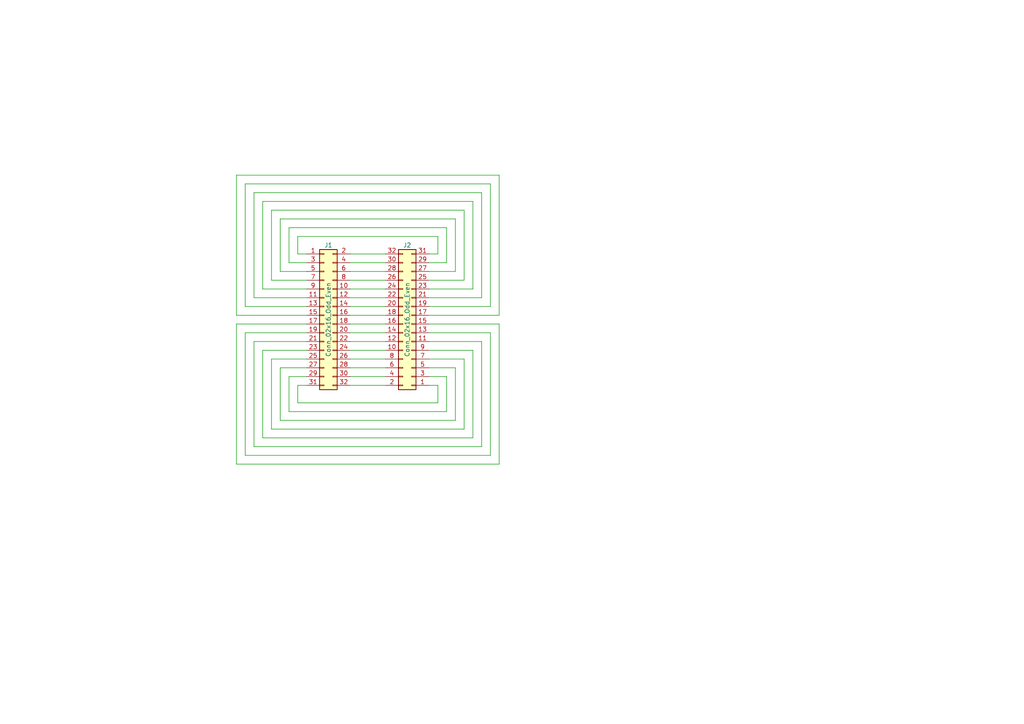
<source format=kicad_sch>
(kicad_sch (version 20231120) (generator "eeschema") (generator_version "8.0")
  (paper "A4")
  (title_block (title "Cartridge Adapter Fix for gbreveng board") (date "2024-06-20") (rev "1") (company "Author: Michael Singer") (comment 1 "https://github.com/msinger/gbreveng/") (comment 2 "http://iceboy.a-singer.de/"))
  (lib_symbols
    (symbol "Connector_Generic:Conn_02x16_Odd_Even" (pin_names (offset 1.016) hide)
      (property "Reference" "J" (at 1.27 20.32 0))
      (property "Value" "Conn_02x16_Odd_Even" (at 1.27 -22.86 0))
      (symbol "Conn_02x16_Odd_Even_1_1"
        (rectangle (start -1.27 -20.193) (end 0 -20.447) (stroke (width 0.1524)))
        (rectangle (start -1.27 -17.653) (end 0 -17.907) (stroke (width 0.1524)))
        (rectangle (start -1.27 -15.113) (end 0 -15.367) (stroke (width 0.1524)))
        (rectangle (start -1.27 -12.573) (end 0 -12.827) (stroke (width 0.1524)))
        (rectangle (start -1.27 -10.033) (end 0 -10.287) (stroke (width 0.1524)))
        (rectangle (start -1.27 -7.493) (end 0 -7.747) (stroke (width 0.1524)))
        (rectangle (start -1.27 -4.953) (end 0 -5.207) (stroke (width 0.1524)))
        (rectangle (start -1.27 -2.413) (end 0 -2.667) (stroke (width 0.1524)))
        (rectangle (start -1.27 0.127) (end 0 -0.127) (stroke (width 0.1524)))
        (rectangle (start -1.27 2.667) (end 0 2.413) (stroke (width 0.1524)))
        (rectangle (start -1.27 5.207) (end 0 4.953) (stroke (width 0.1524)))
        (rectangle (start -1.27 7.747) (end 0 7.493) (stroke (width 0.1524)))
        (rectangle (start -1.27 10.287) (end 0 10.033) (stroke (width 0.1524)))
        (rectangle (start -1.27 12.827) (end 0 12.573) (stroke (width 0.1524)))
        (rectangle (start -1.27 15.367) (end 0 15.113) (stroke (width 0.1524)))
        (rectangle (start -1.27 17.907) (end 0 17.653) (stroke (width 0.1524)))
        (rectangle (start -1.27 19.05) (end 3.81 -21.59) (stroke (width 0.254)) (fill (type background)))
        (rectangle (start 3.81 -20.193) (end 2.54 -20.447) (stroke (width 0.1524)))
        (rectangle (start 3.81 -17.653) (end 2.54 -17.907) (stroke (width 0.1524)))
        (rectangle (start 3.81 -15.113) (end 2.54 -15.367) (stroke (width 0.1524)))
        (rectangle (start 3.81 -12.573) (end 2.54 -12.827) (stroke (width 0.1524)))
        (rectangle (start 3.81 -10.033) (end 2.54 -10.287) (stroke (width 0.1524)))
        (rectangle (start 3.81 -7.493) (end 2.54 -7.747) (stroke (width 0.1524)))
        (rectangle (start 3.81 -4.953) (end 2.54 -5.207) (stroke (width 0.1524)))
        (rectangle (start 3.81 -2.413) (end 2.54 -2.667) (stroke (width 0.1524)))
        (rectangle (start 3.81 0.127) (end 2.54 -0.127) (stroke (width 0.1524)))
        (rectangle (start 3.81 2.667) (end 2.54 2.413) (stroke (width 0.1524)))
        (rectangle (start 3.81 5.207) (end 2.54 4.953) (stroke (width 0.1524)))
        (rectangle (start 3.81 7.747) (end 2.54 7.493) (stroke (width 0.1524)))
        (rectangle (start 3.81 10.287) (end 2.54 10.033) (stroke (width 0.1524)))
        (rectangle (start 3.81 12.827) (end 2.54 12.573) (stroke (width 0.1524)))
        (rectangle (start 3.81 15.367) (end 2.54 15.113) (stroke (width 0.1524)))
        (rectangle (start 3.81 17.907) (end 2.54 17.653) (stroke (width 0.1524)))
        (pin passive line (at -5.08 17.78 0) (length 3.81) (name "Pin_1") (number "1"))
        (pin passive line (at 7.62 7.62 180) (length 3.81) (name "Pin_10") (number "10"))
        (pin passive line (at -5.08 5.08 0) (length 3.81) (name "Pin_11") (number "11"))
        (pin passive line (at 7.62 5.08 180) (length 3.81) (name "Pin_12") (number "12"))
        (pin passive line (at -5.08 2.54 0) (length 3.81) (name "Pin_13") (number "13"))
        (pin passive line (at 7.62 2.54 180) (length 3.81) (name "Pin_14") (number "14"))
        (pin passive line (at -5.08 0 0) (length 3.81) (name "Pin_15") (number "15"))
        (pin passive line (at 7.62 0 180) (length 3.81) (name "Pin_16") (number "16"))
        (pin passive line (at -5.08 -2.54 0) (length 3.81) (name "Pin_17") (number "17"))
        (pin passive line (at 7.62 -2.54 180) (length 3.81) (name "Pin_18") (number "18"))
        (pin passive line (at -5.08 -5.08 0) (length 3.81) (name "Pin_19") (number "19"))
        (pin passive line (at 7.62 17.78 180) (length 3.81) (name "Pin_2") (number "2"))
        (pin passive line (at 7.62 -5.08 180) (length 3.81) (name "Pin_20") (number "20"))
        (pin passive line (at -5.08 -7.62 0) (length 3.81) (name "Pin_21") (number "21"))
        (pin passive line (at 7.62 -7.62 180) (length 3.81) (name "Pin_22") (number "22"))
        (pin passive line (at -5.08 -10.16 0) (length 3.81) (name "Pin_23") (number "23"))
        (pin passive line (at 7.62 -10.16 180) (length 3.81) (name "Pin_24") (number "24"))
        (pin passive line (at -5.08 -12.7 0) (length 3.81) (name "Pin_25") (number "25"))
        (pin passive line (at 7.62 -12.7 180) (length 3.81) (name "Pin_26") (number "26"))
        (pin passive line (at -5.08 -15.24 0) (length 3.81) (name "Pin_27") (number "27"))
        (pin passive line (at 7.62 -15.24 180) (length 3.81) (name "Pin_28") (number "28"))
        (pin passive line (at -5.08 -17.78 0) (length 3.81) (name "Pin_29") (number "29"))
        (pin passive line (at -5.08 15.24 0) (length 3.81) (name "Pin_3") (number "3"))
        (pin passive line (at 7.62 -17.78 180) (length 3.81) (name "Pin_30") (number "30"))
        (pin passive line (at -5.08 -20.32 0) (length 3.81) (name "Pin_31") (number "31"))
        (pin passive line (at 7.62 -20.32 180) (length 3.81) (name "Pin_32") (number "32"))
        (pin passive line (at 7.62 15.24 180) (length 3.81) (name "Pin_4") (number "4"))
        (pin passive line (at -5.08 12.7 0) (length 3.81) (name "Pin_5") (number "5"))
        (pin passive line (at 7.62 12.7 180) (length 3.81) (name "Pin_6") (number "6"))
        (pin passive line (at -5.08 10.16 0) (length 3.81) (name "Pin_7") (number "7"))
        (pin passive line (at 7.62 10.16 180) (length 3.81) (name "Pin_8") (number "8"))
        (pin passive line (at -5.08 7.62 0) (length 3.81) (name "Pin_9") (number "9"))
      )
    )
  )
  (wire (pts (xy 129.54 66.04) (xy 83.82 66.04)))
  (wire (pts (xy 134.62 124.46) (xy 78.74 124.46)))
  (wire (pts (xy 124.46 86.36) (xy 139.7 86.36)))
  (wire (pts (xy 134.62 104.14) (xy 134.62 124.46)))
  (wire (pts (xy 101.6 76.2) (xy 111.76 76.2)))
  (wire (pts (xy 127 116.84) (xy 86.36 116.84)))
  (wire (pts (xy 101.6 73.66) (xy 111.76 73.66)))
  (wire (pts (xy 129.54 109.22) (xy 129.54 119.38)))
  (wire (pts (xy 129.54 76.2) (xy 129.54 66.04)))
  (wire (pts (xy 132.08 63.5) (xy 81.28 63.5)))
  (wire (pts (xy 144.78 91.44) (xy 144.78 50.8)))
  (wire (pts (xy 132.08 121.92) (xy 81.28 121.92)))
  (wire (pts (xy 73.66 99.06) (xy 88.9 99.06)))
  (wire (pts (xy 68.58 91.44) (xy 88.9 91.44)))
  (wire (pts (xy 137.16 83.82) (xy 137.16 58.42)))
  (wire (pts (xy 124.46 93.98) (xy 144.78 93.98)))
  (wire (pts (xy 124.46 73.66) (xy 127 73.66)))
  (wire (pts (xy 124.46 104.14) (xy 134.62 104.14)))
  (wire (pts (xy 124.46 83.82) (xy 137.16 83.82)))
  (wire (pts (xy 78.74 124.46) (xy 78.74 104.14)))
  (wire (pts (xy 142.24 88.9) (xy 142.24 53.34)))
  (wire (pts (xy 124.46 99.06) (xy 139.7 99.06)))
  (wire (pts (xy 101.6 101.6) (xy 111.76 101.6)))
  (wire (pts (xy 73.66 129.54) (xy 73.66 99.06)))
  (wire (pts (xy 86.36 111.76) (xy 88.9 111.76)))
  (wire (pts (xy 78.74 60.96) (xy 78.74 81.28)))
  (wire (pts (xy 142.24 132.08) (xy 71.12 132.08)))
  (wire (pts (xy 68.58 134.62) (xy 68.58 93.98)))
  (wire (pts (xy 111.76 83.82) (xy 101.6 83.82)))
  (wire (pts (xy 101.6 106.68) (xy 111.76 106.68)))
  (wire (pts (xy 68.58 93.98) (xy 88.9 93.98)))
  (wire (pts (xy 73.66 86.36) (xy 88.9 86.36)))
  (wire (pts (xy 83.82 76.2) (xy 88.9 76.2)))
  (wire (pts (xy 134.62 60.96) (xy 78.74 60.96)))
  (wire (pts (xy 124.46 96.52) (xy 142.24 96.52)))
  (wire (pts (xy 101.6 81.28) (xy 111.76 81.28)))
  (wire (pts (xy 76.2 58.42) (xy 76.2 83.82)))
  (wire (pts (xy 137.16 127) (xy 76.2 127)))
  (wire (pts (xy 139.7 129.54) (xy 73.66 129.54)))
  (wire (pts (xy 142.24 53.34) (xy 71.12 53.34)))
  (wire (pts (xy 111.76 104.14) (xy 101.6 104.14)))
  (wire (pts (xy 68.58 50.8) (xy 68.58 91.44)))
  (wire (pts (xy 78.74 104.14) (xy 88.9 104.14)))
  (wire (pts (xy 139.7 86.36) (xy 139.7 55.88)))
  (wire (pts (xy 124.46 106.68) (xy 132.08 106.68)))
  (wire (pts (xy 111.76 78.74) (xy 101.6 78.74)))
  (wire (pts (xy 73.66 55.88) (xy 73.66 86.36)))
  (wire (pts (xy 124.46 101.6) (xy 137.16 101.6)))
  (wire (pts (xy 144.78 93.98) (xy 144.78 134.62)))
  (wire (pts (xy 124.46 78.74) (xy 132.08 78.74)))
  (wire (pts (xy 127 68.58) (xy 86.36 68.58)))
  (wire (pts (xy 111.76 111.76) (xy 101.6 111.76)))
  (wire (pts (xy 71.12 132.08) (xy 71.12 96.52)))
  (wire (pts (xy 81.28 78.74) (xy 88.9 78.74)))
  (wire (pts (xy 124.46 88.9) (xy 142.24 88.9)))
  (wire (pts (xy 101.6 86.36) (xy 111.76 86.36)))
  (wire (pts (xy 111.76 93.98) (xy 101.6 93.98)))
  (wire (pts (xy 81.28 121.92) (xy 81.28 106.68)))
  (wire (pts (xy 71.12 53.34) (xy 71.12 88.9)))
  (wire (pts (xy 132.08 106.68) (xy 132.08 121.92)))
  (wire (pts (xy 137.16 58.42) (xy 76.2 58.42)))
  (wire (pts (xy 127 73.66) (xy 127 68.58)))
  (wire (pts (xy 111.76 99.06) (xy 101.6 99.06)))
  (wire (pts (xy 83.82 66.04) (xy 83.82 76.2)))
  (wire (pts (xy 134.62 81.28) (xy 134.62 60.96)))
  (wire (pts (xy 137.16 101.6) (xy 137.16 127)))
  (wire (pts (xy 129.54 119.38) (xy 83.82 119.38)))
  (wire (pts (xy 142.24 96.52) (xy 142.24 132.08)))
  (wire (pts (xy 124.46 109.22) (xy 129.54 109.22)))
  (wire (pts (xy 81.28 106.68) (xy 88.9 106.68)))
  (wire (pts (xy 71.12 96.52) (xy 88.9 96.52)))
  (wire (pts (xy 101.6 91.44) (xy 111.76 91.44)))
  (wire (pts (xy 124.46 76.2) (xy 129.54 76.2)))
  (wire (pts (xy 144.78 50.8) (xy 68.58 50.8)))
  (wire (pts (xy 71.12 88.9) (xy 88.9 88.9)))
  (wire (pts (xy 144.78 134.62) (xy 68.58 134.62)))
  (wire (pts (xy 86.36 68.58) (xy 86.36 73.66)))
  (wire (pts (xy 76.2 101.6) (xy 88.9 101.6)))
  (wire (pts (xy 111.76 109.22) (xy 101.6 109.22)))
  (wire (pts (xy 139.7 99.06) (xy 139.7 129.54)))
  (wire (pts (xy 78.74 81.28) (xy 88.9 81.28)))
  (wire (pts (xy 124.46 111.76) (xy 127 111.76)))
  (wire (pts (xy 76.2 83.82) (xy 88.9 83.82)))
  (wire (pts (xy 124.46 91.44) (xy 144.78 91.44)))
  (wire (pts (xy 81.28 63.5) (xy 81.28 78.74)))
  (wire (pts (xy 111.76 88.9) (xy 101.6 88.9)))
  (wire (pts (xy 124.46 81.28) (xy 134.62 81.28)))
  (wire (pts (xy 132.08 78.74) (xy 132.08 63.5)))
  (wire (pts (xy 83.82 119.38) (xy 83.82 109.22)))
  (wire (pts (xy 76.2 127) (xy 76.2 101.6)))
  (wire (pts (xy 83.82 109.22) (xy 88.9 109.22)))
  (wire (pts (xy 101.6 96.52) (xy 111.76 96.52)))
  (wire (pts (xy 86.36 73.66) (xy 88.9 73.66)))
  (wire (pts (xy 86.36 116.84) (xy 86.36 111.76)))
  (wire (pts (xy 127 111.76) (xy 127 116.84)))
  (wire (pts (xy 139.7 55.88) (xy 73.66 55.88)))
  (symbol (lib_id "Connector_Generic:Conn_02x16_Odd_Even") (at 93.98 91.44 0) (unit 1)
    (property "Reference" "J1" (at 95.25 71.12 0))
    (property "Value" "Conn_02x16_Odd_Even" (at 95.25 92.71 90))
    (property "Footprint" "Connector_PinHeader_2.54mm:PinHeader_2x16_P2.54mm_Vertical" (effects (hide yes)))
    (property "Description" "Generic connector, double row, 02x16, odd/even pin numbering scheme (row 1 odd numbers, row 2 even numbers), script generated (kicad-library-utils/schlib/autogen/connector/)" (effects (hide yes)))
  )
  (symbol (lib_id "Connector_Generic:Conn_02x16_Odd_Even") (at 119.38 93.98 180) (unit 1)
    (property "Reference" "J2" (at 118.11 71.12 0))
    (property "Value" "Conn_02x16_Odd_Even" (at 118.11 92.71 90))
    (property "Footprint" "Connector_PinHeader_2.54mm:PinHeader_2x16_P2.54mm_Vertical" (effects (hide yes)))
    (property "Description" "Generic connector, double row, 02x16, odd/even pin numbering scheme (row 1 odd numbers, row 2 even numbers), script generated (kicad-library-utils/schlib/autogen/connector/)" (effects (hide yes)))
  )
)
</source>
